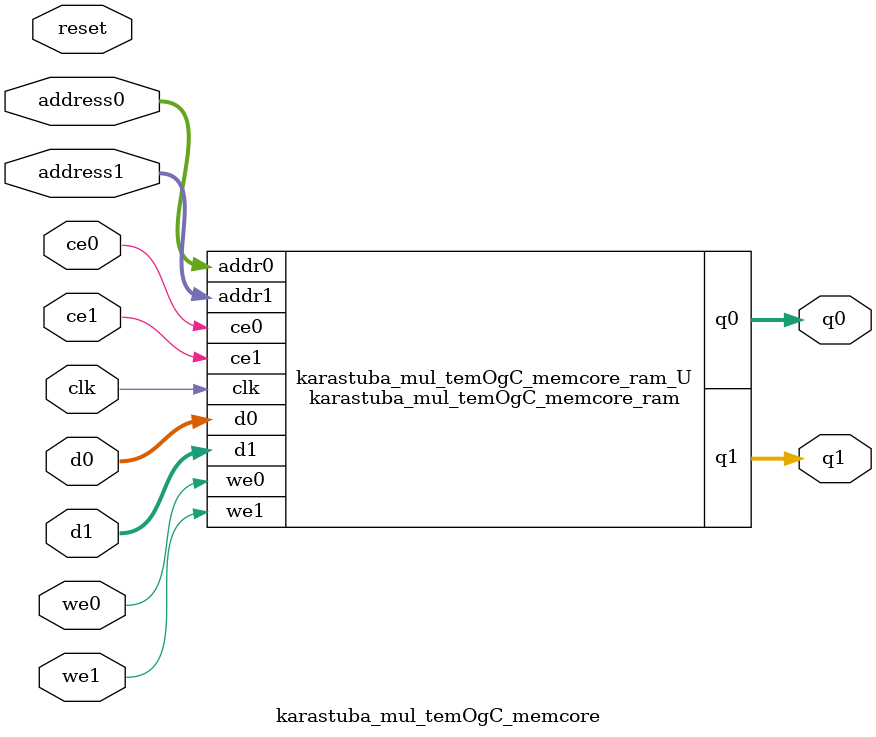
<source format=v>
`timescale 1 ns / 1 ps
module karastuba_mul_temOgC_memcore_ram (addr0, ce0, d0, we0, q0, addr1, ce1, d1, we1, q1,  clk);

parameter DWIDTH = 64;
parameter AWIDTH = 6;
parameter MEM_SIZE = 64;

input[AWIDTH-1:0] addr0;
input ce0;
input[DWIDTH-1:0] d0;
input we0;
output reg[DWIDTH-1:0] q0;
input[AWIDTH-1:0] addr1;
input ce1;
input[DWIDTH-1:0] d1;
input we1;
output reg[DWIDTH-1:0] q1;
input clk;

(* ram_style = "block" *)reg [DWIDTH-1:0] ram[0:MEM_SIZE-1];




always @(posedge clk)  
begin 
    if (ce0) begin
        if (we0) 
            ram[addr0] <= d0; 
        q0 <= ram[addr0];
    end
end


always @(posedge clk)  
begin 
    if (ce1) begin
        if (we1) 
            ram[addr1] <= d1; 
        q1 <= ram[addr1];
    end
end


endmodule

`timescale 1 ns / 1 ps
module karastuba_mul_temOgC_memcore(
    reset,
    clk,
    address0,
    ce0,
    we0,
    d0,
    q0,
    address1,
    ce1,
    we1,
    d1,
    q1);

parameter DataWidth = 32'd64;
parameter AddressRange = 32'd64;
parameter AddressWidth = 32'd6;
input reset;
input clk;
input[AddressWidth - 1:0] address0;
input ce0;
input we0;
input[DataWidth - 1:0] d0;
output[DataWidth - 1:0] q0;
input[AddressWidth - 1:0] address1;
input ce1;
input we1;
input[DataWidth - 1:0] d1;
output[DataWidth - 1:0] q1;



karastuba_mul_temOgC_memcore_ram karastuba_mul_temOgC_memcore_ram_U(
    .clk( clk ),
    .addr0( address0 ),
    .ce0( ce0 ),
    .we0( we0 ),
    .d0( d0 ),
    .q0( q0 ),
    .addr1( address1 ),
    .ce1( ce1 ),
    .we1( we1 ),
    .d1( d1 ),
    .q1( q1 ));

endmodule


</source>
